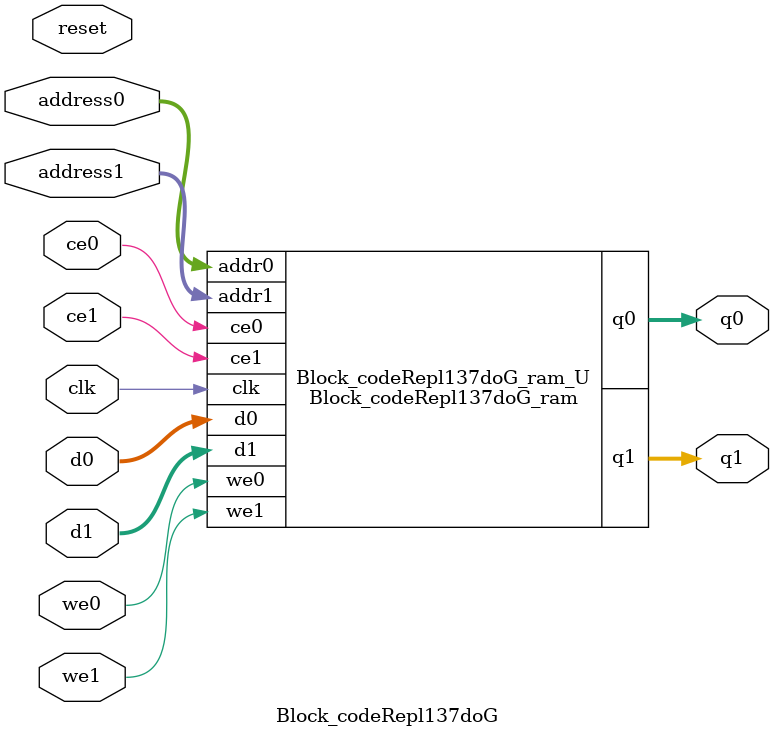
<source format=v>
`timescale 1 ns / 1 ps
module Block_codeRepl137doG_ram (addr0, ce0, d0, we0, q0, addr1, ce1, d1, we1, q1,  clk);

parameter DWIDTH = 5;
parameter AWIDTH = 13;
parameter MEM_SIZE = 4224;

input[AWIDTH-1:0] addr0;
input ce0;
input[DWIDTH-1:0] d0;
input we0;
output reg[DWIDTH-1:0] q0;
input[AWIDTH-1:0] addr1;
input ce1;
input[DWIDTH-1:0] d1;
input we1;
output reg[DWIDTH-1:0] q1;
input clk;

(* ram_style = "block" *)reg [DWIDTH-1:0] ram[0:MEM_SIZE-1];




always @(posedge clk)  
begin 
    if (ce0) begin
        if (we0) 
            ram[addr0] <= d0; 
        q0 <= ram[addr0];
    end
end


always @(posedge clk)  
begin 
    if (ce1) begin
        if (we1) 
            ram[addr1] <= d1; 
        q1 <= ram[addr1];
    end
end


endmodule

`timescale 1 ns / 1 ps
module Block_codeRepl137doG(
    reset,
    clk,
    address0,
    ce0,
    we0,
    d0,
    q0,
    address1,
    ce1,
    we1,
    d1,
    q1);

parameter DataWidth = 32'd5;
parameter AddressRange = 32'd4224;
parameter AddressWidth = 32'd13;
input reset;
input clk;
input[AddressWidth - 1:0] address0;
input ce0;
input we0;
input[DataWidth - 1:0] d0;
output[DataWidth - 1:0] q0;
input[AddressWidth - 1:0] address1;
input ce1;
input we1;
input[DataWidth - 1:0] d1;
output[DataWidth - 1:0] q1;



Block_codeRepl137doG_ram Block_codeRepl137doG_ram_U(
    .clk( clk ),
    .addr0( address0 ),
    .ce0( ce0 ),
    .we0( we0 ),
    .d0( d0 ),
    .q0( q0 ),
    .addr1( address1 ),
    .ce1( ce1 ),
    .we1( we1 ),
    .d1( d1 ),
    .q1( q1 ));

endmodule


</source>
